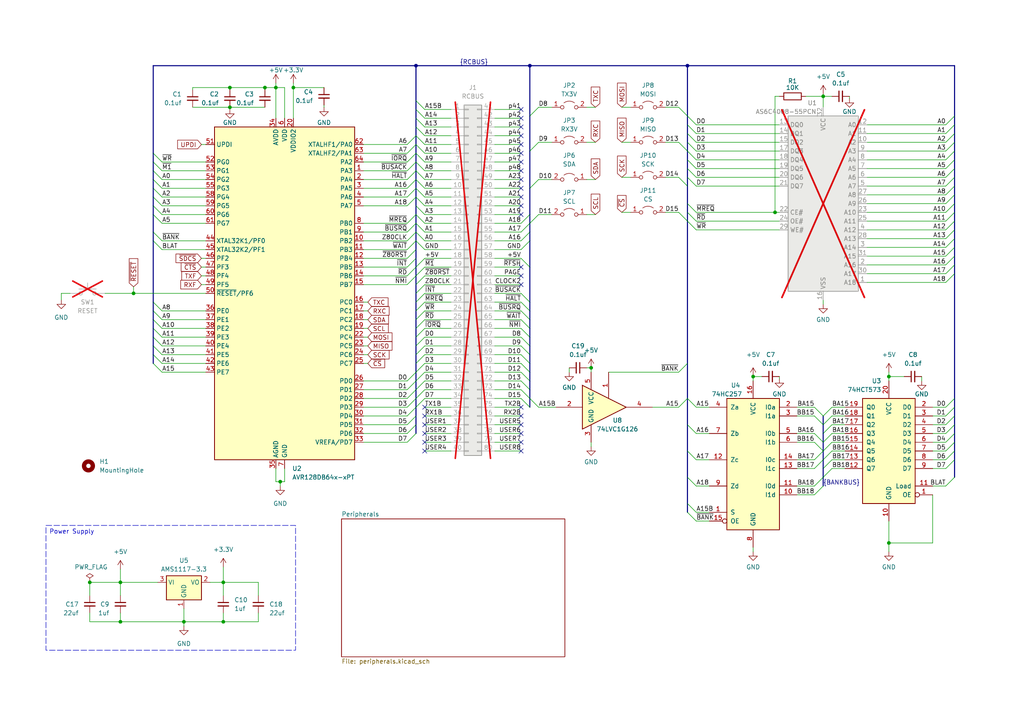
<source format=kicad_sch>
(kicad_sch (version 20230121) (generator eeschema)
  (paper "A4")
  (title_block (title "z80ctrl NG") (date "2023-12-14") (rev "REV1") (company "(C) 2023 J.B. Langston") (comment 1 "https://github.com/jblang/z80ctrl"))
  (bus_alias "BANKBUS" (members "BA[15..18]" "BB[15..18]"))
  (bus_alias "RCBUS" (members "A[0..18]" "A15B" "D[0..15]" "GND" "+5V" "~{M1}" "~{Z80RST}" "Z80CLK" "~{INT}" "~{MREQ}" "~{WR}" "~{RD}" "~{IORQ}" "~{BUSACK}" "~{HALT}" "~{BUSRQ}" "~{WAIT}" "~{NMI}" "TX1B" "RX1B" "TX2B" "RX2B" "BCK"))
  (junction (at 26.035 168.91))
  (junction (at 66.675 31.115))
  (junction (at 34.925 180.34))
  (junction (at 153.67 19.05))
  (junction (at 257.81 157.48))
  (junction (at 238.76 27.94))
  (junction (at 34.925 168.91))
  (junction (at 120.65 19.05))
  (junction (at 66.675 25.4))
  (junction (at 53.34 180.34))
  (junction (at 218.44 109.22))
  (junction (at 85.09 25.4))
  (junction (at 64.77 180.34))
  (junction (at 257.81 109.22))
  (junction (at 38.735 85.09))
  (junction (at 64.77 168.91))
  (junction (at 224.79 61.595))
  (junction (at 199.39 19.05))
  (junction (at 81.28 139.7))
  (junction (at 171.45 106.68))
  (junction (at 76.835 25.4))
  (junction (at 80.01 25.4))
  (no_connect (at 151.13 80.01))
  (no_connect (at 151.13 54.61))
  (no_connect (at 151.13 31.75))
  (no_connect (at 123.19 128.27))
  (no_connect (at 151.13 125.73))
  (no_connect (at 151.13 44.45))
  (no_connect (at 151.13 34.29))
  (no_connect (at 123.19 130.81))
  (no_connect (at 151.13 120.65))
  (no_connect (at 123.19 123.19))
  (no_connect (at 151.13 123.19))
  (no_connect (at 151.13 59.69))
  (no_connect (at 151.13 46.99))
  (no_connect (at 151.13 41.91))
  (no_connect (at 151.13 82.55))
  (no_connect (at 151.13 52.07))
  (no_connect (at 123.19 120.65))
  (no_connect (at 151.13 49.53))
  (no_connect (at 151.13 62.23))
  (no_connect (at 151.13 36.83))
  (no_connect (at 123.19 118.11))
  (no_connect (at 151.13 57.15))
  (no_connect (at 151.13 77.47))
  (no_connect (at 151.13 128.27))
  (no_connect (at 151.13 130.81))
  (no_connect (at 123.19 125.73))
  (no_connect (at 151.13 118.11))
  (no_connect (at 151.13 39.37))
  (bus_entry (at 120.65 107.95) (size -2.54 2.54))
  (bus_entry (at 118.11 82.55) (size 2.54 -2.54))
  (bus_entry (at 120.65 87.63) (size 2.54 -2.54))
  (bus_entry (at 120.65 100.33) (size 2.54 -2.54))
  (bus_entry (at 276.86 79.375) (size -2.54 2.54))
  (bus_entry (at 201.93 125.73) (size -2.54 -2.54))
  (bus_entry (at 196.85 51.435) (size 2.54 2.54))
  (bus_entry (at 201.93 48.895) (size -2.54 -2.54))
  (bus_entry (at 151.13 105.41) (size 2.54 2.54))
  (bus_entry (at 44.45 52.07) (size 2.54 2.54))
  (bus_entry (at 44.45 59.69) (size 2.54 2.54))
  (bus_entry (at 196.85 41.275) (size 2.54 2.54))
  (bus_entry (at 118.11 80.01) (size 2.54 -2.54))
  (bus_entry (at 238.76 130.81) (size -2.54 2.54))
  (bus_entry (at 199.39 59.055) (size 2.54 2.54))
  (bus_entry (at 196.85 107.95) (size 2.54 -2.54))
  (bus_entry (at 196.85 31.115) (size 2.54 2.54))
  (bus_entry (at 276.86 120.65) (size -2.54 2.54))
  (bus_entry (at 120.65 41.91) (size 2.54 2.54))
  (bus_entry (at 151.13 64.77) (size 2.54 -2.54))
  (bus_entry (at 118.11 54.61) (size 2.54 -2.54))
  (bus_entry (at 276.86 46.355) (size -2.54 2.54))
  (bus_entry (at 120.65 34.29) (size 2.54 2.54))
  (bus_entry (at 151.13 113.03) (size 2.54 2.54))
  (bus_entry (at 120.65 110.49) (size -2.54 2.54))
  (bus_entry (at 44.45 46.99) (size 2.54 2.54))
  (bus_entry (at 120.65 49.53) (size 2.54 2.54))
  (bus_entry (at 238.76 138.43) (size -2.54 2.54))
  (bus_entry (at 276.86 71.755) (size -2.54 2.54))
  (bus_entry (at 276.86 33.655) (size -2.54 2.54))
  (bus_entry (at 120.65 115.57) (size 2.54 -2.54))
  (bus_entry (at 120.65 123.19) (size -2.54 2.54))
  (bus_entry (at 276.86 64.135) (size -2.54 2.54))
  (bus_entry (at 276.86 128.27) (size -2.54 2.54))
  (bus_entry (at 238.76 120.65) (size -2.54 -2.54))
  (bus_entry (at 151.13 102.87) (size 2.54 2.54))
  (bus_entry (at 276.86 118.11) (size -2.54 2.54))
  (bus_entry (at 120.65 57.15) (size 2.54 2.54))
  (bus_entry (at 120.65 105.41) (size 2.54 -2.54))
  (bus_entry (at 44.45 95.25) (size 2.54 2.54))
  (bus_entry (at 118.11 49.53) (size 2.54 -2.54))
  (bus_entry (at 120.65 110.49) (size 2.54 -2.54))
  (bus_entry (at 120.65 36.83) (size 2.54 2.54))
  (bus_entry (at 196.85 61.595) (size 2.54 2.54))
  (bus_entry (at 274.32 140.97) (size 2.54 -2.54))
  (bus_entry (at 44.45 69.85) (size 2.54 2.54))
  (bus_entry (at 276.86 69.215) (size -2.54 2.54))
  (bus_entry (at 201.93 38.735) (size -2.54 -2.54))
  (bus_entry (at 118.11 74.93) (size 2.54 -2.54))
  (bus_entry (at 241.3 135.89) (size -2.54 2.54))
  (bus_entry (at 276.86 76.835) (size -2.54 2.54))
  (bus_entry (at 276.86 115.57) (size -2.54 2.54))
  (bus_entry (at 201.93 118.11) (size -2.54 -2.54))
  (bus_entry (at 241.3 118.11) (size -2.54 2.54))
  (bus_entry (at 120.65 67.31) (size 2.54 2.54))
  (bus_entry (at 153.67 115.57) (size 2.54 2.54))
  (bus_entry (at 156.21 31.115) (size -2.54 2.54))
  (bus_entry (at 238.76 130.81) (size -2.54 -2.54))
  (bus_entry (at 120.65 54.61) (size 2.54 2.54))
  (bus_entry (at 196.85 118.11) (size 2.54 -2.54))
  (bus_entry (at 118.11 69.85) (size 2.54 -2.54))
  (bus_entry (at 120.65 92.71) (size 2.54 -2.54))
  (bus_entry (at 151.13 110.49) (size 2.54 2.54))
  (bus_entry (at 44.45 44.45) (size 2.54 2.54))
  (bus_entry (at 238.76 133.35) (size -2.54 2.54))
  (bus_entry (at 276.86 123.19) (size -2.54 2.54))
  (bus_entry (at 276.86 56.515) (size -2.54 2.54))
  (bus_entry (at 44.45 100.33) (size 2.54 2.54))
  (bus_entry (at 120.65 95.25) (size 2.54 -2.54))
  (bus_entry (at 151.13 90.17) (size 2.54 2.54))
  (bus_entry (at 276.86 66.675) (size -2.54 2.54))
  (bus_entry (at 44.45 92.71) (size 2.54 2.54))
  (bus_entry (at 276.86 61.595) (size -2.54 2.54))
  (bus_entry (at 199.39 64.135) (size 2.54 2.54))
  (bus_entry (at 118.11 67.31) (size 2.54 -2.54))
  (bus_entry (at 151.13 72.39) (size 2.54 -2.54))
  (bus_entry (at 120.65 90.17) (size 2.54 -2.54))
  (bus_entry (at 238.76 140.97) (size -2.54 2.54))
  (bus_entry (at 199.39 61.595) (size 2.54 2.54))
  (bus_entry (at 276.86 36.195) (size -2.54 2.54))
  (bus_entry (at 151.13 97.79) (size 2.54 2.54))
  (bus_entry (at 276.86 43.815) (size -2.54 2.54))
  (bus_entry (at 120.65 107.95) (size 2.54 -2.54))
  (bus_entry (at 151.13 100.33) (size 2.54 2.54))
  (bus_entry (at 156.21 52.07) (size -2.54 2.54))
  (bus_entry (at 201.93 36.195) (size -2.54 -2.54))
  (bus_entry (at 241.3 125.73) (size -2.54 2.54))
  (bus_entry (at 120.65 64.77) (size 2.54 2.54))
  (bus_entry (at 118.11 44.45) (size 2.54 -2.54))
  (bus_entry (at 118.11 41.91) (size 2.54 -2.54))
  (bus_entry (at 151.13 69.85) (size 2.54 -2.54))
  (bus_entry (at 44.45 90.17) (size 2.54 2.54))
  (bus_entry (at 151.13 92.71) (size 2.54 2.54))
  (bus_entry (at 241.3 128.27) (size -2.54 2.54))
  (bus_entry (at 241.3 133.35) (size -2.54 2.54))
  (bus_entry (at 120.65 113.03) (size 2.54 -2.54))
  (bus_entry (at 276.86 41.275) (size -2.54 2.54))
  (bus_entry (at 44.45 97.79) (size 2.54 2.54))
  (bus_entry (at 120.65 69.85) (size 2.54 2.54))
  (bus_entry (at 276.86 74.295) (size -2.54 2.54))
  (bus_entry (at 118.11 59.69) (size 2.54 -2.54))
  (bus_entry (at 238.76 123.19) (size -2.54 -2.54))
  (bus_entry (at 201.93 51.435) (size -2.54 -2.54))
  (bus_entry (at 201.93 53.975) (size -2.54 -2.54))
  (bus_entry (at 120.65 125.73) (size -2.54 2.54))
  (bus_entry (at 118.11 64.77) (size 2.54 -2.54))
  (bus_entry (at 156.21 41.275) (size -2.54 2.54))
  (bus_entry (at 276.86 38.735) (size -2.54 2.54))
  (bus_entry (at 151.13 85.09) (size 2.54 2.54))
  (bus_entry (at 44.45 87.63) (size 2.54 2.54))
  (bus_entry (at 118.11 52.07) (size 2.54 -2.54))
  (bus_entry (at 151.13 87.63) (size 2.54 2.54))
  (bus_entry (at 44.45 105.41) (size 2.54 2.54))
  (bus_entry (at 276.86 133.35) (size -2.54 2.54))
  (bus_entry (at 151.13 115.57) (size 2.54 2.54))
  (bus_entry (at 241.3 130.81) (size -2.54 2.54))
  (bus_entry (at 156.21 62.23) (size -2.54 2.54))
  (bus_entry (at 120.65 115.57) (size -2.54 2.54))
  (bus_entry (at 201.93 46.355) (size -2.54 -2.54))
  (bus_entry (at 118.11 72.39) (size 2.54 -2.54))
  (bus_entry (at 199.39 148.59) (size 2.54 2.54))
  (bus_entry (at 120.65 31.75) (size 2.54 2.54))
  (bus_entry (at 276.86 125.73) (size -2.54 2.54))
  (bus_entry (at 120.65 52.07) (size 2.54 2.54))
  (bus_entry (at 120.65 39.37) (size 2.54 2.54))
  (bus_entry (at 120.65 44.45) (size 2.54 2.54))
  (bus_entry (at 120.65 80.01) (size 2.54 -2.54))
  (bus_entry (at 120.65 77.47) (size 2.54 -2.54))
  (bus_entry (at 201.93 148.59) (size -2.54 -2.54))
  (bus_entry (at 201.93 133.35) (size -2.54 -2.54))
  (bus_entry (at 120.65 59.69) (size 2.54 2.54))
  (bus_entry (at 276.86 48.895) (size -2.54 2.54))
  (bus_entry (at 120.65 46.99) (size 2.54 2.54))
  (bus_entry (at 151.13 67.31) (size 2.54 -2.54))
  (bus_entry (at 201.93 43.815) (size -2.54 -2.54))
  (bus_entry (at 120.65 120.65) (size -2.54 2.54))
  (bus_entry (at 120.65 118.11) (size -2.54 2.54))
  (bus_entry (at 276.86 51.435) (size -2.54 2.54))
  (bus_entry (at 44.45 49.53) (size 2.54 2.54))
  (bus_entry (at 44.45 67.31) (size 2.54 2.54))
  (bus_entry (at 118.11 46.99) (size 2.54 -2.54))
  (bus_entry (at 44.45 102.87) (size 2.54 2.54))
  (bus_entry (at 120.65 113.03) (size -2.54 2.54))
  (bus_entry (at 120.65 97.79) (size 2.54 -2.54))
  (bus_entry (at 120.65 29.21) (size 2.54 2.54))
  (bus_entry (at 241.3 123.19) (size -2.54 2.54))
  (bus_entry (at 120.65 85.09) (size 2.54 -2.54))
  (bus_entry (at 201.93 41.275) (size -2.54 -2.54))
  (bus_entry (at 276.86 59.055) (size -2.54 2.54))
  (bus_entry (at 151.13 107.95) (size 2.54 2.54))
  (bus_entry (at 44.45 54.61) (size 2.54 2.54))
  (bus_entry (at 120.65 118.11) (size 2.54 -2.54))
  (bus_entry (at 120.65 82.55) (size 2.54 -2.54))
  (bus_entry (at 44.45 62.23) (size 2.54 2.54))
  (bus_entry (at 151.13 74.93) (size 2.54 2.54))
  (bus_entry (at 238.76 128.27) (size -2.54 -2.54))
  (bus_entry (at 276.86 130.81) (size -2.54 2.54))
  (bus_entry (at 44.45 57.15) (size 2.54 2.54))
  (bus_entry (at 120.65 62.23) (size 2.54 2.54))
  (bus_entry (at 118.11 77.47) (size 2.54 -2.54))
  (bus_entry (at 276.86 53.975) (size -2.54 2.54))
  (bus_entry (at 151.13 95.25) (size 2.54 2.54))
  (bus_entry (at 118.11 57.15) (size 2.54 -2.54))
  (bus_entry (at 120.65 102.87) (size 2.54 -2.54))
  (bus_entry (at 201.93 140.97) (size -2.54 -2.54))
  (bus_entry (at 241.3 120.65) (size -2.54 2.54))
  (wire (pts (xy 270.51 118.11) (xy 274.32 118.11)))
  (wire (pts (xy 123.19 97.79) (xy 130.81 97.79)))
  (wire (pts (xy 143.51 46.99) (xy 151.13 46.99)))
  (wire (pts (xy 196.85 41.275) (xy 193.04 41.275)))
  (wire (pts (xy 123.19 130.81) (xy 130.81 130.81)))
  (bus (pts (xy 199.39 53.975) (xy 199.39 59.055)))
  (wire (pts (xy 81.28 139.7) (xy 82.55 139.7)))
  (wire (pts (xy 226.06 109.22) (xy 226.06 109.855)))
  (wire (pts (xy 123.19 87.63) (xy 130.81 87.63)))
  (wire (pts (xy 123.19 118.11) (xy 130.81 118.11)))
  (bus (pts (xy 199.39 64.135) (xy 199.39 105.41)))
  (wire (pts (xy 46.99 64.77) (xy 59.69 64.77)))
  (wire (pts (xy 218.44 158.75) (xy 218.44 160.02)))
  (wire (pts (xy 231.14 135.89) (xy 236.22 135.89)))
  (wire (pts (xy 123.19 120.65) (xy 130.81 120.65)))
  (wire (pts (xy 55.88 25.4) (xy 55.88 26.035)))
  (wire (pts (xy 151.13 90.17) (xy 143.51 90.17)))
  (wire (pts (xy 182.88 41.275) (xy 180.34 41.275)))
  (wire (pts (xy 80.01 25.4) (xy 80.01 34.29)))
  (bus (pts (xy 120.65 59.69) (xy 120.65 62.23)))
  (wire (pts (xy 151.13 95.25) (xy 143.51 95.25)))
  (wire (pts (xy 251.46 53.975) (xy 274.32 53.975)))
  (wire (pts (xy 143.51 74.93) (xy 151.13 74.93)))
  (wire (pts (xy 143.51 105.41) (xy 151.13 105.41)))
  (wire (pts (xy 106.68 90.17) (xy 105.41 90.17)))
  (wire (pts (xy 251.46 79.375) (xy 274.32 79.375)))
  (bus (pts (xy 238.76 125.73) (xy 238.76 128.27)))
  (bus (pts (xy 153.67 19.05) (xy 199.39 19.05)))
  (wire (pts (xy 46.99 105.41) (xy 59.69 105.41)))
  (wire (pts (xy 123.19 72.39) (xy 130.81 72.39)))
  (bus (pts (xy 276.86 41.275) (xy 276.86 38.735)))
  (bus (pts (xy 120.65 115.57) (xy 120.65 113.03)))
  (wire (pts (xy 46.99 57.15) (xy 59.69 57.15)))
  (bus (pts (xy 199.39 43.815) (xy 199.39 46.355)))
  (wire (pts (xy 143.51 64.77) (xy 151.13 64.77)))
  (bus (pts (xy 276.86 38.735) (xy 276.86 36.195)))
  (wire (pts (xy 270.51 143.51) (xy 270.51 157.48)))
  (bus (pts (xy 120.65 74.93) (xy 120.65 77.47)))
  (wire (pts (xy 226.06 41.275) (xy 201.93 41.275)))
  (wire (pts (xy 123.19 115.57) (xy 130.81 115.57)))
  (bus (pts (xy 120.65 34.29) (xy 120.65 36.83)))
  (bus (pts (xy 120.65 29.21) (xy 120.65 31.75)))
  (wire (pts (xy 123.19 31.75) (xy 130.81 31.75)))
  (wire (pts (xy 143.51 52.07) (xy 151.13 52.07)))
  (wire (pts (xy 123.19 95.25) (xy 130.81 95.25)))
  (wire (pts (xy 143.51 39.37) (xy 151.13 39.37)))
  (wire (pts (xy 105.41 128.27) (xy 118.11 128.27)))
  (wire (pts (xy 143.51 123.19) (xy 151.13 123.19)))
  (wire (pts (xy 143.51 31.75) (xy 151.13 31.75)))
  (wire (pts (xy 46.99 95.25) (xy 59.69 95.25)))
  (wire (pts (xy 123.19 41.91) (xy 130.81 41.91)))
  (wire (pts (xy 105.41 52.07) (xy 118.11 52.07)))
  (wire (pts (xy 143.51 130.81) (xy 151.13 130.81)))
  (wire (pts (xy 17.78 85.09) (xy 20.32 85.09)))
  (wire (pts (xy 105.41 120.65) (xy 118.11 120.65)))
  (wire (pts (xy 74.93 168.91) (xy 74.93 172.72)))
  (wire (pts (xy 176.53 107.95) (xy 196.85 107.95)))
  (wire (pts (xy 105.41 125.73) (xy 118.11 125.73)))
  (wire (pts (xy 123.19 67.31) (xy 130.81 67.31)))
  (wire (pts (xy 251.46 69.215) (xy 274.32 69.215)))
  (bus (pts (xy 44.45 95.25) (xy 44.45 92.71)))
  (bus (pts (xy 199.39 19.05) (xy 199.39 33.655)))
  (wire (pts (xy 143.51 62.23) (xy 151.13 62.23)))
  (wire (pts (xy 106.68 105.41) (xy 105.41 105.41)))
  (bus (pts (xy 276.86 130.81) (xy 276.86 133.35)))
  (bus (pts (xy 120.65 69.85) (xy 120.65 72.39)))
  (bus (pts (xy 238.76 130.81) (xy 238.76 133.35)))
  (bus (pts (xy 44.45 59.69) (xy 44.45 62.23)))
  (wire (pts (xy 34.925 168.91) (xy 45.72 168.91)))
  (wire (pts (xy 30.48 85.09) (xy 38.735 85.09)))
  (bus (pts (xy 44.45 87.63) (xy 44.45 90.17)))
  (wire (pts (xy 251.46 46.355) (xy 274.32 46.355)))
  (bus (pts (xy 276.86 128.27) (xy 276.86 130.81)))
  (wire (pts (xy 238.76 27.94) (xy 238.76 31.115)))
  (bus (pts (xy 276.86 46.355) (xy 276.86 43.815)))
  (bus (pts (xy 153.67 90.17) (xy 153.67 87.63)))
  (bus (pts (xy 153.67 64.77) (xy 153.67 67.31)))
  (bus (pts (xy 44.45 67.31) (xy 44.45 69.85)))
  (wire (pts (xy 143.51 80.01) (xy 151.13 80.01)))
  (wire (pts (xy 105.41 80.01) (xy 118.11 80.01)))
  (bus (pts (xy 276.86 115.57) (xy 276.86 118.11)))
  (wire (pts (xy 151.13 77.47) (xy 143.51 77.47)))
  (wire (pts (xy 66.675 31.115) (xy 76.835 31.115)))
  (wire (pts (xy 105.41 113.03) (xy 118.11 113.03)))
  (bus (pts (xy 120.65 64.77) (xy 120.65 67.31)))
  (bus (pts (xy 153.67 115.57) (xy 153.67 113.03)))
  (wire (pts (xy 182.88 61.595) (xy 180.34 61.595)))
  (bus (pts (xy 199.39 146.05) (xy 199.39 148.59)))
  (wire (pts (xy 270.51 140.97) (xy 274.32 140.97)))
  (bus (pts (xy 44.45 54.61) (xy 44.45 57.15)))
  (wire (pts (xy 58.42 80.01) (xy 59.69 80.01)))
  (bus (pts (xy 120.65 118.11) (xy 120.65 115.57)))
  (wire (pts (xy 17.78 86.995) (xy 17.78 85.09)))
  (wire (pts (xy 182.88 51.435) (xy 180.34 51.435)))
  (wire (pts (xy 123.19 110.49) (xy 130.81 110.49)))
  (wire (pts (xy 143.51 41.91) (xy 151.13 41.91)))
  (wire (pts (xy 233.68 27.94) (xy 238.76 27.94)))
  (bus (pts (xy 120.65 92.71) (xy 120.65 95.25)))
  (bus (pts (xy 44.45 92.71) (xy 44.45 90.17)))
  (wire (pts (xy 123.19 34.29) (xy 130.81 34.29)))
  (wire (pts (xy 238.76 27.305) (xy 238.76 27.94)))
  (bus (pts (xy 238.76 128.27) (xy 238.76 130.81)))
  (wire (pts (xy 123.19 125.73) (xy 130.81 125.73)))
  (wire (pts (xy 123.19 39.37) (xy 130.81 39.37)))
  (wire (pts (xy 93.98 30.48) (xy 93.98 31.115)))
  (wire (pts (xy 226.06 43.815) (xy 201.93 43.815)))
  (wire (pts (xy 105.41 115.57) (xy 118.11 115.57)))
  (bus (pts (xy 153.67 105.41) (xy 153.67 102.87)))
  (wire (pts (xy 58.42 74.93) (xy 59.69 74.93)))
  (bus (pts (xy 120.65 19.05) (xy 120.65 29.21)))
  (wire (pts (xy 123.19 113.03) (xy 130.81 113.03)))
  (wire (pts (xy 46.99 59.69) (xy 59.69 59.69)))
  (wire (pts (xy 238.76 88.265) (xy 238.76 86.995)))
  (wire (pts (xy 64.77 177.8) (xy 64.77 180.34)))
  (wire (pts (xy 224.79 27.94) (xy 226.06 27.94)))
  (bus (pts (xy 120.65 36.83) (xy 120.65 39.37)))
  (wire (pts (xy 143.51 128.27) (xy 151.13 128.27)))
  (bus (pts (xy 44.45 102.87) (xy 44.45 105.41)))
  (wire (pts (xy 26.035 177.8) (xy 26.035 180.34)))
  (wire (pts (xy 46.99 102.87) (xy 59.69 102.87)))
  (wire (pts (xy 251.46 38.735) (xy 274.32 38.735)))
  (wire (pts (xy 151.13 85.09) (xy 143.51 85.09)))
  (wire (pts (xy 105.41 67.31) (xy 118.11 67.31)))
  (wire (pts (xy 105.41 123.19) (xy 118.11 123.19)))
  (wire (pts (xy 46.99 62.23) (xy 59.69 62.23)))
  (bus (pts (xy 120.65 85.09) (xy 120.65 87.63)))
  (wire (pts (xy 38.735 85.09) (xy 59.69 85.09)))
  (wire (pts (xy 251.46 64.135) (xy 274.32 64.135)))
  (wire (pts (xy 156.21 31.115) (xy 160.02 31.115)))
  (bus (pts (xy 276.86 53.975) (xy 276.86 51.435)))
  (wire (pts (xy 26.035 168.91) (xy 26.035 172.72)))
  (wire (pts (xy 34.925 180.34) (xy 53.34 180.34)))
  (wire (pts (xy 251.46 74.295) (xy 274.32 74.295)))
  (wire (pts (xy 267.335 109.22) (xy 267.335 110.49)))
  (bus (pts (xy 153.67 107.95) (xy 153.67 105.41)))
  (bus (pts (xy 44.45 102.87) (xy 44.45 100.33)))
  (wire (pts (xy 226.06 51.435) (xy 201.93 51.435)))
  (wire (pts (xy 143.51 44.45) (xy 151.13 44.45)))
  (wire (pts (xy 58.42 41.91) (xy 59.69 41.91)))
  (wire (pts (xy 226.06 48.895) (xy 201.93 48.895)))
  (bus (pts (xy 120.65 100.33) (xy 120.65 102.87)))
  (wire (pts (xy 251.46 76.835) (xy 274.32 76.835)))
  (wire (pts (xy 251.46 36.195) (xy 274.32 36.195)))
  (wire (pts (xy 270.51 120.65) (xy 274.32 120.65)))
  (bus (pts (xy 276.86 56.515) (xy 276.86 53.975)))
  (wire (pts (xy 64.77 180.34) (xy 53.34 180.34)))
  (wire (pts (xy 231.14 128.27) (xy 236.22 128.27)))
  (wire (pts (xy 66.675 25.4) (xy 76.835 25.4)))
  (wire (pts (xy 270.51 133.35) (xy 274.32 133.35)))
  (bus (pts (xy 120.65 44.45) (xy 120.65 46.99)))
  (wire (pts (xy 160.02 41.275) (xy 156.21 41.275)))
  (bus (pts (xy 199.39 123.19) (xy 199.39 130.81)))
  (bus (pts (xy 153.67 110.49) (xy 153.67 113.03)))
  (wire (pts (xy 123.19 69.85) (xy 130.81 69.85)))
  (wire (pts (xy 53.34 180.34) (xy 53.34 181.61)))
  (wire (pts (xy 105.41 57.15) (xy 118.11 57.15)))
  (wire (pts (xy 257.81 157.48) (xy 270.51 157.48)))
  (wire (pts (xy 270.51 123.19) (xy 274.32 123.19)))
  (wire (pts (xy 143.51 102.87) (xy 151.13 102.87)))
  (wire (pts (xy 81.28 139.7) (xy 81.28 140.97)))
  (wire (pts (xy 270.51 135.89) (xy 274.32 135.89)))
  (bus (pts (xy 120.65 31.75) (xy 120.65 34.29)))
  (wire (pts (xy 38.735 83.185) (xy 38.735 85.09)))
  (bus (pts (xy 276.86 79.375) (xy 276.86 115.57)))
  (bus (pts (xy 120.65 72.39) (xy 120.65 74.93)))
  (wire (pts (xy 257.81 109.22) (xy 257.81 110.49)))
  (wire (pts (xy 105.41 72.39) (xy 118.11 72.39)))
  (bus (pts (xy 199.39 105.41) (xy 199.39 115.57)))
  (wire (pts (xy 34.925 168.91) (xy 34.925 172.72)))
  (wire (pts (xy 251.46 48.895) (xy 274.32 48.895)))
  (bus (pts (xy 276.86 125.73) (xy 276.86 128.27)))
  (wire (pts (xy 171.45 106.68) (xy 171.45 107.95)))
  (bus (pts (xy 120.65 113.03) (xy 120.65 110.49)))
  (wire (pts (xy 251.46 81.915) (xy 274.32 81.915)))
  (wire (pts (xy 231.14 125.73) (xy 236.22 125.73)))
  (bus (pts (xy 153.67 97.79) (xy 153.67 95.25)))
  (wire (pts (xy 226.06 38.735) (xy 201.93 38.735)))
  (wire (pts (xy 201.93 61.595) (xy 224.79 61.595)))
  (bus (pts (xy 120.65 41.91) (xy 120.65 44.45)))
  (wire (pts (xy 231.14 118.11) (xy 236.22 118.11)))
  (wire (pts (xy 218.44 109.22) (xy 220.98 109.22)))
  (bus (pts (xy 199.39 59.055) (xy 199.39 61.595)))
  (bus (pts (xy 238.76 120.65) (xy 238.76 123.19)))
  (bus (pts (xy 120.65 97.79) (xy 120.65 100.33)))
  (bus (pts (xy 276.86 76.835) (xy 276.86 74.295)))
  (wire (pts (xy 106.68 97.79) (xy 105.41 97.79)))
  (wire (pts (xy 143.51 118.11) (xy 151.13 118.11)))
  (bus (pts (xy 44.45 49.53) (xy 44.45 52.07)))
  (wire (pts (xy 224.79 61.595) (xy 226.06 61.595)))
  (wire (pts (xy 46.99 107.95) (xy 59.69 107.95)))
  (bus (pts (xy 276.86 120.65) (xy 276.86 123.19)))
  (wire (pts (xy 238.76 27.94) (xy 241.3 27.94)))
  (wire (pts (xy 245.11 123.19) (xy 241.3 123.19)))
  (wire (pts (xy 201.93 66.675) (xy 226.06 66.675)))
  (wire (pts (xy 172.72 41.275) (xy 170.18 41.275)))
  (bus (pts (xy 153.67 118.11) (xy 153.67 115.57)))
  (bus (pts (xy 44.45 100.33) (xy 44.45 97.79)))
  (bus (pts (xy 153.67 92.71) (xy 153.67 95.25)))
  (bus (pts (xy 120.65 92.71) (xy 120.65 90.17)))
  (wire (pts (xy 105.41 82.55) (xy 118.11 82.55)))
  (wire (pts (xy 201.93 148.59) (xy 205.74 148.59)))
  (wire (pts (xy 80.01 139.7) (xy 81.28 139.7)))
  (wire (pts (xy 156.21 118.11) (xy 161.29 118.11)))
  (wire (pts (xy 123.19 46.99) (xy 130.81 46.99)))
  (wire (pts (xy 270.51 125.73) (xy 274.32 125.73)))
  (wire (pts (xy 189.23 118.11) (xy 196.85 118.11)))
  (wire (pts (xy 105.41 44.45) (xy 118.11 44.45)))
  (wire (pts (xy 105.41 77.47) (xy 118.11 77.47)))
  (bus (pts (xy 199.39 33.655) (xy 199.39 36.195)))
  (wire (pts (xy 85.09 24.13) (xy 85.09 25.4)))
  (wire (pts (xy 123.19 57.15) (xy 130.81 57.15)))
  (wire (pts (xy 123.19 77.47) (xy 130.81 77.47)))
  (wire (pts (xy 106.68 95.25) (xy 105.41 95.25)))
  (wire (pts (xy 106.68 92.71) (xy 105.41 92.71)))
  (wire (pts (xy 143.51 113.03) (xy 151.13 113.03)))
  (bus (pts (xy 120.65 110.49) (xy 120.65 107.95)))
  (wire (pts (xy 218.44 109.22) (xy 218.44 110.49)))
  (bus (pts (xy 199.39 46.355) (xy 199.39 48.895)))
  (wire (pts (xy 34.925 177.8) (xy 34.925 180.34)))
  (wire (pts (xy 26.035 180.34) (xy 34.925 180.34)))
  (bus (pts (xy 120.65 87.63) (xy 120.65 90.17)))
  (wire (pts (xy 172.72 62.23) (xy 170.18 62.23)))
  (bus (pts (xy 120.65 67.31) (xy 120.65 69.85)))
  (wire (pts (xy 123.19 36.83) (xy 130.81 36.83)))
  (bus (pts (xy 199.39 115.57) (xy 199.39 123.19)))
  (wire (pts (xy 46.99 90.17) (xy 59.69 90.17)))
  (bus (pts (xy 120.65 82.55) (xy 120.65 85.09)))
  (wire (pts (xy 245.11 130.81) (xy 241.3 130.81)))
  (wire (pts (xy 58.42 77.47) (xy 59.69 77.47)))
  (bus (pts (xy 199.39 48.895) (xy 199.39 51.435)))
  (wire (pts (xy 201.93 151.13) (xy 205.74 151.13)))
  (bus (pts (xy 153.67 77.47) (xy 153.67 87.63)))
  (bus (pts (xy 276.86 36.195) (xy 276.86 33.655)))
  (wire (pts (xy 143.51 110.49) (xy 151.13 110.49)))
  (wire (pts (xy 143.51 34.29) (xy 151.13 34.29)))
  (bus (pts (xy 276.86 133.35) (xy 276.86 138.43)))
  (wire (pts (xy 123.19 100.33) (xy 130.81 100.33)))
  (bus (pts (xy 153.67 100.33) (xy 153.67 97.79)))
  (wire (pts (xy 123.19 44.45) (xy 130.81 44.45)))
  (wire (pts (xy 66.675 31.115) (xy 66.675 31.75)))
  (bus (pts (xy 153.67 67.31) (xy 153.67 69.85)))
  (bus (pts (xy 199.39 36.195) (xy 199.39 38.735)))
  (bus (pts (xy 120.65 102.87) (xy 120.65 105.41)))
  (wire (pts (xy 143.51 100.33) (xy 151.13 100.33)))
  (bus (pts (xy 44.45 19.05) (xy 44.45 44.45)))
  (wire (pts (xy 245.11 135.89) (xy 241.3 135.89)))
  (bus (pts (xy 153.67 62.23) (xy 153.67 64.77)))
  (wire (pts (xy 34.925 168.91) (xy 26.035 168.91)))
  (wire (pts (xy 156.21 62.23) (xy 160.02 62.23)))
  (bus (pts (xy 44.45 57.15) (xy 44.45 59.69)))
  (bus (pts (xy 153.67 69.85) (xy 153.67 77.47)))
  (wire (pts (xy 123.19 49.53) (xy 130.81 49.53)))
  (bus (pts (xy 120.65 125.73) (xy 120.65 123.19)))
  (wire (pts (xy 143.51 72.39) (xy 151.13 72.39)))
  (wire (pts (xy 226.06 46.355) (xy 201.93 46.355)))
  (bus (pts (xy 153.67 43.815) (xy 153.67 54.61)))
  (wire (pts (xy 201.93 118.11) (xy 205.74 118.11)))
  (wire (pts (xy 123.19 82.55) (xy 130.81 82.55)))
  (bus (pts (xy 44.45 69.85) (xy 44.45 87.63)))
  (wire (pts (xy 123.19 85.09) (xy 130.81 85.09)))
  (wire (pts (xy 151.13 87.63) (xy 143.51 87.63)))
  (wire (pts (xy 46.99 52.07) (xy 59.69 52.07)))
  (bus (pts (xy 153.67 33.655) (xy 153.67 43.815)))
  (bus (pts (xy 276.86 61.595) (xy 276.86 64.135)))
  (bus (pts (xy 199.39 41.275) (xy 199.39 43.815)))
  (bus (pts (xy 120.65 120.65) (xy 120.65 118.11)))
  (bus (pts (xy 276.86 66.675) (xy 276.86 69.215)))
  (wire (pts (xy 55.88 31.115) (xy 66.675 31.115)))
  (bus (pts (xy 44.45 62.23) (xy 44.45 67.31)))
  (wire (pts (xy 60.96 168.91) (xy 64.77 168.91)))
  (wire (pts (xy 143.51 82.55) (xy 151.13 82.55)))
  (bus (pts (xy 238.76 135.89) (xy 238.76 138.43)))
  (bus (pts (xy 153.67 19.05) (xy 153.67 33.655)))
  (wire (pts (xy 245.11 120.65) (xy 241.3 120.65)))
  (bus (pts (xy 238.76 133.35) (xy 238.76 135.89)))
  (wire (pts (xy 80.01 24.13) (xy 80.01 25.4)))
  (wire (pts (xy 151.13 92.71) (xy 143.51 92.71)))
  (bus (pts (xy 199.39 19.05) (xy 276.86 19.05)))
  (bus (pts (xy 153.67 90.17) (xy 153.67 92.71)))
  (bus (pts (xy 120.65 49.53) (xy 120.65 52.07)))
  (wire (pts (xy 46.99 100.33) (xy 59.69 100.33)))
  (wire (pts (xy 46.99 49.53) (xy 59.69 49.53)))
  (wire (pts (xy 251.46 41.275) (xy 274.32 41.275)))
  (wire (pts (xy 201.93 64.135) (xy 226.06 64.135)))
  (wire (pts (xy 123.19 102.87) (xy 130.81 102.87)))
  (bus (pts (xy 120.65 19.05) (xy 44.45 19.05)))
  (wire (pts (xy 201.93 133.35) (xy 205.74 133.35)))
  (wire (pts (xy 105.41 49.53) (xy 118.11 49.53)))
  (wire (pts (xy 123.19 62.23) (xy 130.81 62.23)))
  (wire (pts (xy 74.93 177.8) (xy 74.93 180.34)))
  (wire (pts (xy 82.55 25.4) (xy 80.01 25.4)))
  (wire (pts (xy 201.93 140.97) (xy 205.74 140.97)))
  (wire (pts (xy 82.55 25.4) (xy 82.55 34.29)))
  (wire (pts (xy 143.51 49.53) (xy 151.13 49.53)))
  (wire (pts (xy 143.51 57.15) (xy 151.13 57.15)))
  (bus (pts (xy 199.39 61.595) (xy 199.39 64.135)))
  (wire (pts (xy 245.11 128.27) (xy 241.3 128.27)))
  (wire (pts (xy 106.68 87.63) (xy 105.41 87.63)))
  (wire (pts (xy 105.41 41.91) (xy 118.11 41.91)))
  (wire (pts (xy 123.19 54.61) (xy 130.81 54.61)))
  (bus (pts (xy 276.86 69.215) (xy 276.86 71.755)))
  (bus (pts (xy 120.65 62.23) (xy 120.65 64.77)))
  (bus (pts (xy 120.65 105.41) (xy 120.65 107.95)))
  (wire (pts (xy 257.81 157.48) (xy 257.81 160.02)))
  (wire (pts (xy 143.51 67.31) (xy 151.13 67.31)))
  (wire (pts (xy 64.77 164.465) (xy 64.77 168.91)))
  (bus (pts (xy 44.45 46.99) (xy 44.45 49.53)))
  (wire (pts (xy 231.14 143.51) (xy 236.22 143.51)))
  (bus (pts (xy 238.76 123.19) (xy 238.76 125.73)))
  (wire (pts (xy 143.51 69.85) (xy 151.13 69.85)))
  (wire (pts (xy 257.81 107.95) (xy 257.81 109.22)))
  (bus (pts (xy 120.65 80.01) (xy 120.65 82.55)))
  (wire (pts (xy 105.41 74.93) (xy 118.11 74.93)))
  (bus (pts (xy 120.65 123.19) (xy 120.65 120.65)))
  (bus (pts (xy 44.45 97.79) (xy 44.45 95.25)))
  (bus (pts (xy 44.45 52.07) (xy 44.45 54.61)))
  (wire (pts (xy 85.09 25.4) (xy 93.98 25.4)))
  (bus (pts (xy 120.65 46.99) (xy 120.65 49.53)))
  (bus (pts (xy 120.65 19.05) (xy 153.67 19.05)))
  (wire (pts (xy 270.51 130.81) (xy 274.32 130.81)))
  (bus (pts (xy 199.39 130.81) (xy 199.39 138.43)))
  (wire (pts (xy 196.85 31.115) (xy 193.04 31.115)))
  (wire (pts (xy 251.46 71.755) (xy 274.32 71.755)))
  (wire (pts (xy 245.11 125.73) (xy 241.3 125.73)))
  (bus (pts (xy 120.65 54.61) (xy 120.65 57.15)))
  (bus (pts (xy 199.39 138.43) (xy 199.39 146.05)))
  (wire (pts (xy 171.45 128.27) (xy 171.45 129.54)))
  (bus (pts (xy 199.39 38.735) (xy 199.39 41.275)))
  (wire (pts (xy 46.99 92.71) (xy 59.69 92.71)))
  (wire (pts (xy 82.55 135.89) (xy 82.55 139.7)))
  (wire (pts (xy 246.38 27.94) (xy 246.38 28.575)))
  (bus (pts (xy 276.86 48.895) (xy 276.86 46.355)))
  (bus (pts (xy 120.65 57.15) (xy 120.65 59.69)))
  (wire (pts (xy 123.19 92.71) (xy 130.81 92.71)))
  (wire (pts (xy 123.19 74.93) (xy 130.81 74.93)))
  (wire (pts (xy 143.51 120.65) (xy 151.13 120.65)))
  (wire (pts (xy 143.51 97.79) (xy 151.13 97.79)))
  (wire (pts (xy 123.19 64.77) (xy 130.81 64.77)))
  (bus (pts (xy 276.86 59.055) (xy 276.86 56.515)))
  (wire (pts (xy 143.51 107.95) (xy 151.13 107.95)))
  (wire (pts (xy 105.41 64.77) (xy 118.11 64.77)))
  (bus (pts (xy 44.45 44.45) (xy 44.45 46.99)))
  (wire (pts (xy 143.51 115.57) (xy 151.13 115.57)))
  (wire (pts (xy 143.51 54.61) (xy 151.13 54.61)))
  (wire (pts (xy 172.72 52.07) (xy 170.18 52.07)))
  (wire (pts (xy 105.41 69.85) (xy 118.11 69.85)))
  (bus (pts (xy 120.65 39.37) (xy 120.65 41.91)))
  (wire (pts (xy 123.19 128.27) (xy 130.81 128.27)))
  (wire (pts (xy 251.46 43.815) (xy 274.32 43.815)))
  (wire (pts (xy 226.06 53.975) (xy 201.93 53.975)))
  (wire (pts (xy 55.88 25.4) (xy 66.675 25.4)))
  (bus (pts (xy 276.86 43.815) (xy 276.86 41.275)))
  (wire (pts (xy 251.46 51.435) (xy 274.32 51.435)))
  (wire (pts (xy 245.11 118.11) (xy 241.3 118.11)))
  (bus (pts (xy 276.86 48.895) (xy 276.86 51.435)))
  (wire (pts (xy 123.19 52.07) (xy 130.81 52.07)))
  (wire (pts (xy 66.675 25.4) (xy 66.675 26.035)))
  (wire (pts (xy 170.18 106.68) (xy 171.45 106.68)))
  (bus (pts (xy 276.86 123.19) (xy 276.86 125.73)))
  (wire (pts (xy 257.81 151.13) (xy 257.81 157.48)))
  (wire (pts (xy 257.81 109.22) (xy 262.255 109.22)))
  (wire (pts (xy 143.51 125.73) (xy 151.13 125.73)))
  (wire (pts (xy 105.41 59.69) (xy 118.11 59.69)))
  (wire (pts (xy 251.46 61.595) (xy 274.32 61.595)))
  (wire (pts (xy 143.51 36.83) (xy 151.13 36.83)))
  (bus (pts (xy 199.39 51.435) (xy 199.39 53.975)))
  (wire (pts (xy 231.14 120.65) (xy 236.22 120.65)))
  (wire (pts (xy 64.77 168.91) (xy 64.77 172.72)))
  (wire (pts (xy 251.46 66.675) (xy 274.32 66.675)))
  (wire (pts (xy 34.925 168.91) (xy 34.925 165.1)))
  (bus (pts (xy 238.76 138.43) (xy 238.76 140.97)))
  (wire (pts (xy 123.19 123.19) (xy 130.81 123.19)))
  (bus (pts (xy 276.86 19.05) (xy 276.86 33.655)))
  (wire (pts (xy 105.41 110.49) (xy 118.11 110.49)))
  (wire (pts (xy 196.85 51.435) (xy 193.04 51.435)))
  (wire (pts (xy 64.77 168.91) (xy 74.93 168.91)))
  (bus (pts (xy 276.86 79.375) (xy 276.86 76.835)))
  (wire (pts (xy 226.06 36.195) (xy 201.93 36.195)))
  (wire (pts (xy 46.99 54.61) (xy 59.69 54.61)))
  (wire (pts (xy 270.51 128.27) (xy 274.32 128.27)))
  (wire (pts (xy 76.835 25.4) (xy 76.835 26.035)))
  (wire (pts (xy 80.01 135.89) (xy 80.01 139.7)))
  (wire (pts (xy 105.41 118.11) (xy 118.11 118.11)))
  (bus (pts (xy 276.86 118.11) (xy 276.86 120.65)))
  (wire (pts (xy 123.19 59.69) (xy 130.81 59.69)))
  (wire (pts (xy 231.14 133.35) (xy 236.22 133.35)))
  (bus (pts (xy 276.86 64.135) (xy 276.86 66.675)))
  (bus (pts (xy 153.67 102.87) (xy 153.67 100.33)))
  (wire (pts (xy 46.99 72.39) (xy 59.69 72.39)))
  (wire (pts (xy 201.93 125.73) (xy 205.74 125.73)))
  (wire (pts (xy 123.19 80.01) (xy 130.81 80.01)))
  (wire (pts (xy 172.72 31.115) (xy 170.18 31.115)))
  (wire (pts (xy 46.99 46.99) (xy 59.69 46.99)))
  (wire (pts (xy 105.41 54.61) (xy 118.11 54.61)))
  (wire (pts (xy 105.41 46.99) (xy 118.11 46.99)))
  (wire (pts (xy 165.1 106.68) (xy 165.1 107.95)))
  (wire (pts (xy 143.51 59.69) (xy 151.13 59.69)))
  (wire (pts (xy 74.93 180.34) (xy 64.77 180.34)))
  (wire (pts (xy 196.85 61.595) (xy 193.04 61.595)))
  (wire (pts (xy 106.68 100.33) (xy 105.41 100.33)))
  (wire (pts (xy 156.21 52.07) (xy 160.02 52.07)))
  (wire (pts (xy 224.79 27.94) (xy 224.79 61.595)))
  (wire (pts (xy 123.19 105.41) (xy 130.81 105.41)))
  (wire (pts (xy 76.835 25.4) (xy 80.01 25.4)))
  (wire (pts (xy 251.46 56.515) (xy 274.32 56.515)))
  (wire (pts (xy 123.19 90.17) (xy 130.81 90.17)))
  (wire (pts (xy 46.99 69.85) (xy 59.69 69.85)))
  (wire (pts (xy 123.19 107.95) (xy 130.81 107.95)))
  (wire (pts (xy 106.68 102.87) (xy 105.41 102.87)))
  (wire (pts (xy 85.09 25.4) (xy 85.09 34.29)))
  (wire (pts (xy 231.14 140.97) (xy 236.22 140.97)))
  (wire (pts (xy 58.42 82.55) (xy 59.69 82.55)))
  (bus (pts (xy 120.65 80.01) (xy 120.65 77.47)))
  (bus (pts (xy 120.65 95.25) (xy 120.65 97.79)))
  (bus (pts (xy 153.67 54.61) (xy 153.67 62.23)))
  (wire (pts (xy 46.99 97.79) (xy 59.69 97.79)))
  (wire (pts (xy 245.11 133.35) (xy 241.3 133.35)))
  (wire (pts (xy 53.34 176.53) (xy 53.34 180.34)))
  (bus (pts (xy 120.65 52.07) (xy 120.65 54.61)))
  (bus (pts (xy 276.86 74.295) (xy 276.86 71.755)))
  (bus (pts (xy 153.67 110.49) (xy 153.67 107.95)))
  (wire (pts (xy 182.88 31.115) (xy 180.34 31.115)))
  (bus (pts (xy 276.86 59.055) (xy 276.86 61.595)))
  (wire (pts (xy 251.46 59.055) (xy 274.32 59.055)))
  (text_box "Power Supply" (at 13.335 152.4 0) (size 72.39 36.195) (stroke (width 0) (type dash)) (effects (font (size 1.27 1.27)) (justify left top)))
  (label "A2" (at 274.32 41.275 180))
  (label "BB16" (at 236.22 128.27 180))
  (label "BA16" (at 236.22 125.73 180))
  (label "D6" (at 118.11 125.73 180))
  (label "D7" (at 118.11 128.27 180))
  (label "~{MREQ}" (at 123.19 87.63 0))
  (label "~{INT}" (at 123.19 85.09 0))
  (label "BB16" (at 241.3 130.81 0))
  (label "BB18" (at 236.22 143.51 180))
  (label "~{BANK}" (at 46.99 69.85 0))
  (label "p44" (at 151.13 39.37 180))
  (label "BB18" (at 241.3 135.89 0))
  (label "~{RD}" (at 201.93 64.135 0))
  (label "A16" (at 151.13 69.85 180))
  (label "GND" (at 151.13 72.39 180))
  (label "~{WAIT}" (at 151.13 92.71 180))
  (label "D5" (at 123.19 110.49 0))
  (label "D9" (at 151.13 100.33 180))
  (label "D12" (at 151.13 107.95 180))
  (label "A10" (at 274.32 61.595 180))
  (label "~{MREQ}" (at 118.11 64.77 180))
  (label "BB17" (at 241.3 133.35 0))
  (label "A5" (at 46.99 64.77 0))
  (label "USER1" (at 123.19 123.19 0))
  (label "D3" (at 201.93 43.815 0))
  (label "D6" (at 274.32 133.35 180))
  (label "A15B" (at 123.19 31.75 0))
  (label "A13" (at 123.19 36.83 0))
  (label "D2" (at 118.11 115.57 180))
  (label "~{M1}" (at 46.99 49.53 0))
  (label "A6" (at 274.32 51.435 180))
  (label "A16" (at 201.93 125.73 0))
  (label "D0" (at 274.32 118.11 180))
  (label "D12" (at 196.85 31.115 180))
  (label "A12" (at 274.32 66.675 180))
  (label "A0" (at 46.99 52.07 0))
  (label "A3" (at 274.32 43.815 180))
  (label "A11" (at 274.32 64.135 180))
  (label "D1" (at 123.19 100.33 0))
  (label "USER8" (at 151.13 130.81 180))
  (label "USER7" (at 151.13 128.27 180))
  (label "D9" (at 156.21 41.275 0))
  (label "A10" (at 123.19 44.45 0))
  (label "~{BANK}" (at 196.85 107.95 180))
  (label "~{RD}" (at 123.19 92.71 0))
  (label "p47" (at 151.13 46.99 180))
  (label "+5V" (at 123.19 74.93 0))
  (label "BA16" (at 241.3 120.65 0))
  (label "~{NMI}" (at 151.13 95.25 180))
  (label "A7" (at 123.19 52.07 0))
  (label "A17" (at 118.11 57.15 180))
  (label "A18" (at 151.13 64.77 180))
  (label "A18" (at 201.93 140.97 0))
  (label "D10" (at 151.13 102.87 180))
  (label "BA18" (at 236.22 140.97 180))
  (label "A18" (at 118.11 59.69 180))
  (label "A15" (at 196.85 118.11 180))
  (label "D4" (at 123.19 107.95 0))
  (label "~{BANK}" (at 201.93 151.13 0))
  (label "CLOCK2" (at 151.13 82.55 180))
  (label "A7" (at 274.32 53.975 180))
  (label "A8" (at 274.32 56.515 180))
  (label "D3" (at 274.32 125.73 180))
  (label "~{M1}" (at 123.19 77.47 0))
  (label "Z80CLK" (at 118.11 69.85 180))
  (label "D2" (at 201.93 41.275 0))
  (label "A1" (at 46.99 54.61 0))
  (label "A1" (at 123.19 67.31 0))
  (label "D6" (at 201.93 51.435 0))
  (label "A4" (at 46.99 62.23 0))
  (label "A4" (at 123.19 59.69 0))
  (label "D14" (at 196.85 51.435 180))
  (label "D3" (at 123.19 105.41 0))
  (label "D13" (at 196.85 41.275 180))
  (label "D4" (at 201.93 46.355 0))
  (label "A2" (at 46.99 57.15 0))
  (label "~{BUSRQ}" (at 151.13 90.17 180))
  (label "D13" (at 151.13 110.49 180))
  (label "D0" (at 123.19 97.79 0))
  (label "A14" (at 46.99 105.41 0))
  (label "D2" (at 274.32 123.19 180))
  (label "BLAT" (at 274.32 140.97 180))
  (label "A19" (at 151.13 62.23 180))
  (label "GND" (at 123.19 72.39 0))
  (label "p45" (at 151.13 41.91 180))
  (label "p46" (at 151.13 44.45 180))
  (label "~{Z80RST}" (at 123.19 80.01 0))
  (label "D7" (at 123.19 115.57 0))
  (label "D11" (at 151.13 105.41 180))
  (label "BB15" (at 241.3 128.27 0))
  (label "p42" (at 151.13 34.29 180))
  (label "D8" (at 156.21 31.115 0))
  (label "BA17" (at 241.3 123.19 0))
  (label "A14" (at 123.19 34.29 0))
  (label "+5V" (at 151.13 74.93 180))
  (label "D0" (at 201.93 36.195 0))
  (label "Z80CLK" (at 123.19 82.55 0))
  (label "A23" (at 151.13 52.07 180))
  (label "A8" (at 123.19 49.53 0))
  (label "~{NMI}" (at 118.11 82.55 180))
  (label "PAGE" (at 151.13 80.01 180))
  (label "D5" (at 201.93 48.895 0))
  (label "RX2B" (at 151.13 120.65 180))
  (label "~{Z80RST}" (at 118.11 74.93 180))
  (label "A16" (at 118.11 54.61 180))
  (label "BLAT" (at 46.99 72.39 0))
  (label "~{HALT}" (at 118.11 52.07 180))
  (label "A9" (at 274.32 59.055 180))
  (label "A17" (at 274.32 79.375 180))
  (label "BA15" (at 236.22 118.11 180))
  (label "D15" (at 151.13 115.57 180))
  (label "BB17" (at 236.22 135.89 180))
  (label "BA17" (at 236.22 133.35 180))
  (label "{RCBUS}" (at 133.35 19.05 0))
  (label "~{HALT}" (at 151.13 87.63 180))
  (label "D1" (at 118.11 113.03 180))
  (label "A20" (at 151.13 59.69 180))
  (label "~{RD}" (at 118.11 80.01 180))
  (label "A12" (at 123.19 39.37 0))
  (label "A9" (at 123.19 46.99 0))
  (label "A17" (at 151.13 67.31 180))
  (label "A17" (at 201.93 133.35 0))
  (label "~{MREQ}" (at 201.93 61.595 0))
  (label "D4" (at 118.11 120.65 180))
  (label "A5" (at 123.19 57.15 0))
  (label "A13" (at 46.99 102.87 0))
  (label "A15" (at 274.32 74.295 180))
  (label "A6" (at 118.11 41.91 180))
  (label "USER6" (at 151.13 125.73 180))
  (label "D3" (at 118.11 118.11 180))
  (label "D4" (at 274.32 128.27 180))
  (label "TX1B" (at 123.19 118.11 0))
  (label "~{IORQ}" (at 123.19 95.25 0))
  (label "A12" (at 46.99 100.33 0))
  (label "A15" (at 201.93 118.11 0))
  (label "~{RFSH}" (at 151.13 77.47 180))
  (label "USER3" (at 123.19 128.27 0))
  (label "A15" (at 46.99 107.95 0))
  (label "{BANKBUS}" (at 238.76 140.97 0))
  (label "D11" (at 156.21 62.23 0))
  (label "D7" (at 201.93 53.975 0))
  (label "A1" (at 274.32 38.735 180))
  (label "A8" (at 46.99 90.17 0))
  (label "USER5" (at 151.13 123.19 180))
  (label "A10" (at 46.99 95.25 0))
  (label "BB15" (at 236.22 120.65 180))
  (label "p48" (at 151.13 49.53 180))
  (label "A0" (at 274.32 36.195 180))
  (label "A16" (at 274.32 76.835 180))
  (label "A5" (at 274.32 48.895 180))
  (label "~{WR}" (at 201.93 66.675 0))
  (label "D5" (at 118.11 123.19 180))
  (label "D1" (at 201.93 38.735 0))
  (label "D1" (at 274.32 120.65 180))
  (label "~{WR}" (at 46.99 46.99 0))
  (label "A18" (at 274.32 81.915 180))
  (label "D2" (at 123.19 102.87 0))
  (label "p41" (at 151.13 31.75 180))
  (label "~{INT}" (at 118.11 77.47 180))
  (label "A11" (at 46.99 97.79 0))
  (label "USER4" (at 123.19 130.81 0))
  (label "D8" (at 151.13 97.79 180))
  (label "~{BUSACK}" (at 118.11 49.53 180))
  (label "BA18" (at 241.3 125.73 0))
  (label "D5" (at 274.32 130.81 180))
  (label "A2" (at 123.19 64.77 0))
  (label "A6" (at 123.19 54.61 0))
  (label "p43" (at 151.13 36.83 180))
  (label "D0" (at 118.11 110.49 180))
  (label "USER2" (at 123.19 125.73 0))
  (label "A21" (at 151.13 57.15 180))
  (label "~{IORQ}" (at 118.11 46.99 180))
  (label "A9" (at 46.99 92.71 0))
  (label "A4" (at 274.32 46.355 180))
  (label "A3" (at 123.19 62.23 0))
  (label "A11" (at 123.19 41.91 0))
  (label "D7" (at 274.32 135.89 180))
  (label "A15B" (at 156.21 118.11 0))
  (label "D10" (at 156.21 52.07 0))
  (label "D14" (at 151.13 113.03 180))
  (label "A3" (at 46.99 59.69 0))
  (label "A13" (at 274.32 69.215 180))
  (label "~{WAIT}" (at 118.11 72.39 180))
  (label "TX2B" (at 151.13 118.11 180))
  (label "~{BUSACK}" (at 151.13 85.09 180))
  (label "BA15" (at 241.3 118.11 0))
  (label "D15" (at 196.85 61.595 180))
  (label "A15B" (at 201.93 148.59 0))
  (label "D6" (at 123.19 113.03 0))
  (label "A0" (at 123.19 69.85 0))
  (label "~{BUSRQ}" (at 118.11 67.31 180))
  (label "A7" (at 118.11 44.45 180))
  (label "A14" (at 274.32 71.755 180))
  (label "A22" (at 151.13 54.61 180))
  (label "RX1B" (at 123.19 120.65 0))
  (label "~{WR}" (at 123.19 90.17 0))
  (global_label "~{RESET}" (shape input) (at 38.735 83.185 90) (property "Intersheetrefs" "${INTERSHEET_REFS}" (effects hide)))
  (global_label "~{CS}" (shape input) (at 106.68 105.41 0) (property "Intersheetrefs" "${INTERSHEET_REFS}" (effects hide)))
  (global_label "UPDI" (shape input) (at 58.42 41.91 180) (property "Intersheetrefs" "${INTERSHEET_REFS}" (effects hide)))
  (global_label "SCK" (shape input) (at 180.34 51.435 90) (property "Intersheetrefs" "${INTERSHEET_REFS}" (effects hide)))
  (global_label "SCL" (shape input) (at 106.68 95.25 0) (property "Intersheetrefs" "${INTERSHEET_REFS}" (effects hide)))
  (global_label "MOSI" (shape input) (at 106.68 97.79 0) (property "Intersheetrefs" "${INTERSHEET_REFS}" (effects hide)))
  (global_label "TXF" (shape input) (at 58.42 80.01 180) (property "Intersheetrefs" "${INTERSHEET_REFS}" (effects hide)))
  (global_label "SDA" (shape input) (at 172.72 52.07 90) (property "Intersheetrefs" "${INTERSHEET_REFS}" (effects hide)))
  (global_label "SCL" (shape input) (at 172.72 62.23 90) (property "Intersheetrefs" "${INTERSHEET_REFS}" (effects hide)))
  (global_label "~{CS}" (shape input) (at 180.34 61.595 90) (property "Intersheetrefs" "${INTERSHEET_REFS}" (effects hide)))
  (global_label "MISO" (shape input) (at 106.68 100.33 0) (property "Intersheetrefs" "${INTERSHEET_REFS}" (effects hide)))
  (global_label "RXC" (shape input) (at 106.68 90.17 0) (property "Intersheetrefs" "${INTERSHEET_REFS}" (effects hide)))
  (global_label "RXC" (shape input) (at 172.72 41.275 90) (property "Intersheetrefs" "${INTERSHEET_REFS}" (effects hide)))
  (global_label "MISO" (shape input) (at 180.34 41.275 90) (property "Intersheetrefs" "${INTERSHEET_REFS}" (effects hide)))
  (global_label "SCK" (shape input) (at 106.68 102.87 0) (property "Intersheetrefs" "${INTERSHEET_REFS}" (effects hide)))
  (global_label "~{CTS}" (shape input) (at 58.42 77.47 180) (property "Intersheetrefs" "${INTERSHEET_REFS}" (effects hide)))
  (global_label "~{SDCS}" (shape input) (at 58.42 74.93 180) (property "Intersheetrefs" "${INTERSHEET_REFS}" (effects hide)))
  (global_label "SDA" (shape input) (at 106.68 92.71 0) (property "Intersheetrefs" "${INTERSHEET_REFS}" (effects hide)))
  (global_label "MOSI" (shape input) (at 180.34 31.115 90) (property "Intersheetrefs" "${INTERSHEET_REFS}" (effects hide)))
  (global_label "RXF" (shape input) (at 58.42 82.55 180) (property "Intersheetrefs" "${INTERSHEET_REFS}" (effects hide)))
  (global_label "TXC" (shape input) (at 172.72 31.115 90) (property "Intersheetrefs" "${INTERSHEET_REFS}" (effects hide)))
  (global_label "TXC" (shape input) (at 106.68 87.63 0) (property "Intersheetrefs" "${INTERSHEET_REFS}" (effects hide)))
  (symbol (lib_id "Jumper:Jumper_2_Open") (at 165.1 62.23 0) (mirror y) (unit 1)
    (property "Reference" "JP7" (at 165.1 55.88 0))
    (property "Value" "SCL" (at 165.1 58.42 0))
    (property "Footprint" "Jumper:SolderJumper-2_P1.3mm_Open_RoundedPad1.0x1.5mm" (effects hide))
  )
  (symbol (lib_id "Device:C_Small") (at 93.98 27.94 0) (mirror y) (unit 1)
    (property "Reference" "C4" (at 90.805 26.6763 0) (effects (justify left)))
    (property "Value" "0.1uf" (at 90.805 29.2163 0) (effects (justify left)))
    (property "Footprint" "Capacitor_SMD:C_0402_1005Metric" (effects hide))
  )
  (symbol (lib_name "GND_4") (lib_id "power:GND") (at 218.44 160.02 0) (unit 1)
    (property "Reference" "#PWR021" (effects hide))
    (property "Value" "GND" (at 218.44 164.465 0))
  )
  (symbol (lib_id "74xGxx:74LVC1G126") (at 176.53 118.11 0) (unit 1)
    (property "Reference" "U8" (at 179.07 121.92 0))
    (property "Value" "74LVC1G126" (at 179.07 124.46 0))
    (property "Footprint" "Package_TO_SOT_SMD:SOT-353_SC-70-5" (effects hide))
    (property "Datasheet" "http://www.ti.com/lit/sg/scyt129e/scyt129e.pdf" (effects hide))
  )
  (symbol (lib_name "GND_2") (lib_id "power:GND") (at 93.98 31.115 0) (unit 1)
    (property "Reference" "#PWR06" (effects hide))
    (property "Value" "GND" (at 93.98 35.56 0))
  )
  (symbol (lib_id "Device:C_Small") (at 74.93 175.26 0) (unit 1)
    (property "Reference" "C18" (at 78.105 175.26 0) (effects (justify left)))
    (property "Value" "22uf" (at 78.105 177.8 0) (effects (justify left)))
    (property "Footprint" "Capacitor_SMD:C_1206_3216Metric" (effects hide))
  )
  (symbol (lib_id "power:+3.3V") (at 64.77 164.465 0) (mirror y) (unit 1)
    (property "Reference" "#PWR026" (effects hide))
    (property "Value" "+3.3V" (at 64.77 159.385 0))
  )
  (symbol (lib_name "GND_3") (lib_id "power:GND") (at 238.76 88.265 0) (unit 1)
    (property "Reference" "#PWR04" (effects hide))
    (property "Value" "GND" (at 238.76 92.71 0))
  )
  (symbol (lib_id "74xx:74LS257") (at 218.44 133.35 0) (mirror y) (unit 1)
    (property "Reference" "U4" (at 213.36 111.76 0))
    (property "Value" "74HC257" (at 210.82 114.3 0))
    (property "Footprint" "Package_SO:SOIC-16_3.9x9.9mm_P1.27mm" (effects hide))
    (property "Datasheet" "http://www.ti.com/lit/gpn/sn74HCT257" (effects hide))
    (property "DigikeyPN" "296-8406-5-ND" (effects hide))
    (property "MouserPN" "595-SN74HCT257N" (effects hide))
  )
  (symbol (lib_id "Device:C_Small") (at 167.64 106.68 270) (mirror x) (unit 1)
    (property "Reference" "C19" (at 167.64 100.33 90))
    (property "Value" "0.1uf" (at 167.6337 102.87 90))
    (property "Footprint" "Capacitor_SMD:C_0402_1005Metric" (effects hide))
  )
  (symbol (lib_id "Device:C_Small") (at 64.77 175.26 0) (unit 1)
    (property "Reference" "C10" (at 67.945 173.9963 0) (effects (justify left)))
    (property "Value" "1uf" (at 67.945 176.5363 0) (effects (justify left)))
    (property "Footprint" "Capacitor_SMD:C_1206_3216Metric" (effects hide))
  )
  (symbol (lib_name "GND_1") (lib_id "power:GND") (at 81.28 140.97 0) (unit 1)
    (property "Reference" "#PWR017" (effects hide))
    (property "Value" "GND" (at 81.28 146.05 0))
  )
  (symbol (lib_id "Switch:SW_Push") (at 25.4 85.09 0) (unit 1) (dnp yes)
    (property "Reference" "SW1" (at 25.4 87.63 0))
    (property "Value" "RESET" (at 25.4 90.17 0))
    (property "Footprint" "Button_Switch_THT:SW_Tactile_SPST_Angled_PTS645Vx31-2LFS" (effects hide))
  )
  (symbol (lib_id "power:+5V") (at 171.45 106.68 0) (unit 1)
    (property "Reference" "#PWR010" (effects hide))
    (property "Value" "+5V" (at 171.45 101.6 0))
  )
  (symbol (lib_id "Jumper:Jumper_2_Open") (at 187.96 31.115 0) (unit 1)
    (property "Reference" "JP8" (at 187.96 24.765 0))
    (property "Value" "MOSI" (at 187.96 27.305 0))
    (property "Footprint" "Jumper:SolderJumper-2_P1.3mm_Open_RoundedPad1.0x1.5mm" (effects hide))
  )
  (symbol (lib_id "Device:C_Small") (at 223.52 109.22 90) (unit 1)
    (property "Reference" "C7" (at 223.52 102.87 90))
    (property "Value" "0.1uf" (at 223.5263 105.41 90))
    (property "Footprint" "Capacitor_SMD:C_0402_1005Metric" (effects hide))
  )
  (symbol (lib_id "Device:C_Small") (at 66.675 28.575 0) (mirror y) (unit 1)
    (property "Reference" "C2" (at 63.5 27.3113 0) (effects (justify left)))
    (property "Value" "0.1uf" (at 63.5 29.8513 0) (effects (justify left)))
    (property "Footprint" "Capacitor_SMD:C_0402_1005Metric" (effects hide))
  )
  (symbol (lib_name "GND_3") (lib_id "power:GND") (at 226.06 109.855 0) (unit 1)
    (property "Reference" "#PWR032" (effects hide))
    (property "Value" "GND" (at 226.06 114.3 0))
  )
  (symbol (lib_id "74xx:74LS573") (at 257.81 130.81 0) (mirror y) (unit 1)
    (property "Reference" "U3" (at 255.6159 110.49 0) (effects (justify left)))
    (property "Value" "74HCT573" (at 255.6159 113.03 0) (effects (justify left)))
    (property "Footprint" "Package_SO:TSSOP-20_4.4x6.5mm_P0.65mm" (effects hide))
    (property "Datasheet" "74xx/74hc573.pdf" (effects hide))
  )
  (symbol (lib_id "power:+5V") (at 34.925 165.1 0) (unit 1)
    (property "Reference" "#PWR025" (effects hide))
    (property "Value" "+5V" (at 34.925 160.02 0))
  )
  (symbol (lib_id "Device:C_Small") (at 34.925 175.26 0) (mirror y) (unit 1)
    (property "Reference" "C9" (at 31.75 175.26 0) (effects (justify left)))
    (property "Value" "1uf" (at 31.75 177.8 0) (effects (justify left)))
    (property "Footprint" "Capacitor_SMD:C_1206_3216Metric" (effects hide))
  )
  (symbol (lib_name "GND_2") (lib_id "power:GND") (at 66.675 31.75 0) (unit 1)
    (property "Reference" "#PWR07" (effects hide))
    (property "Value" "GND" (at 66.675 35.56 0))
  )
  (symbol (lib_id "Device:C_Small") (at 55.88 28.575 0) (mirror y) (unit 1)
    (property "Reference" "C1" (at 52.705 27.3113 0) (effects (justify left)))
    (property "Value" "0.1uf" (at 52.705 29.8513 0) (effects (justify left)))
    (property "Footprint" "Capacitor_SMD:C_0402_1005Metric" (effects hide))
  )
  (symbol (lib_id "Jumper:Jumper_2_Open") (at 165.1 41.275 0) (unit 1)
    (property "Reference" "JP3" (at 165.1 34.925 0))
    (property "Value" "RX3V" (at 165.1 37.465 0))
    (property "Footprint" "Jumper:SolderJumper-2_P1.3mm_Open_RoundedPad1.0x1.5mm" (effects hide))
  )
  (symbol (lib_id "power:+5V") (at 257.81 107.95 0) (unit 1)
    (property "Reference" "#PWR013" (effects hide))
    (property "Value" "+5V" (at 257.81 102.87 0))
  )
  (symbol (lib_id "Jumper:Jumper_2_Open") (at 165.1 31.115 0) (unit 1)
    (property "Reference" "JP2" (at 165.1 24.765 0))
    (property "Value" "TX3V" (at 165.1 27.305 0))
    (property "Footprint" "Jumper:SolderJumper-2_P1.3mm_Open_RoundedPad1.0x1.5mm" (effects hide))
  )
  (symbol (lib_name "GND_1") (lib_id "power:GND") (at 17.78 86.995 0) (unit 1)
    (property "Reference" "#PWR09" (effects hide))
    (property "Value" "GND" (at 17.78 92.075 0))
  )
  (symbol (lib_id "power:+5V") (at 238.76 27.305 0) (unit 1)
    (property "Reference" "#PWR03" (effects hide))
    (property "Value" "+5V" (at 238.76 22.225 0))
  )
  (symbol (lib_id "power:+3.3V") (at 85.09 24.13 0) (unit 1)
    (property "Reference" "#PWR02" (effects hide))
    (property "Value" "+3.3V" (at 85.09 20.32 0))
  )
  (symbol (lib_id "Regulator_Linear:AMS1117-3.3") (at 53.34 168.91 0) (unit 1)
    (property "Reference" "U5" (at 53.34 162.56 0))
    (property "Value" "AMS1117-3.3" (at 53.34 165.1 0))
    (property "Footprint" "Package_TO_SOT_SMD:SOT-223-3_TabPin2" (effects hide))
    (property "Datasheet" "http://www.advanced-monolithic.com/pdf/ds1117.pdf" (effects hide))
  )
  (symbol (lib_name "GND_3") (lib_id "power:GND") (at 267.335 110.49 0) (unit 1)
    (property "Reference" "#PWR015" (effects hide))
    (property "Value" "GND" (at 267.335 114.3 0))
  )
  (symbol (lib_name "GND_4") (lib_id "power:GND") (at 171.45 129.54 0) (unit 1)
    (property "Reference" "#PWR05" (effects hide))
    (property "Value" "GND" (at 171.45 133.985 0))
  )
  (symbol (lib_id "power:+5V") (at 218.44 109.22 0) (unit 1)
    (property "Reference" "#PWR014" (effects hide))
    (property "Value" "+5V" (at 218.44 102.87 0))
  )
  (symbol (lib_id "Jumper:Jumper_2_Open") (at 165.1 52.07 0) (mirror y) (unit 1)
    (property "Reference" "JP6" (at 165.1 45.085 0))
    (property "Value" "SDA" (at 165.1 47.625 0))
    (property "Footprint" "Jumper:SolderJumper-2_P1.3mm_Open_RoundedPad1.0x1.5mm" (effects hide))
  )
  (symbol (lib_name "GND_1") (lib_id "power:GND") (at 246.38 28.575 0) (unit 1)
    (property "Reference" "#PWR022" (effects hide))
    (property "Value" "GND" (at 246.38 32.385 0))
  )
  (symbol (lib_id "power:PWR_FLAG") (at 26.035 168.91 0) (unit 1)
    (property "Reference" "#FLG02" (effects hide))
    (property "Value" "PWR_FLAG" (at 21.59 164.465 0) (effects (justify left)))
  )
  (symbol (lib_id "Device:C_Small") (at 76.835 28.575 0) (mirror y) (unit 1)
    (property "Reference" "C3" (at 73.66 27.3113 0) (effects (justify left)))
    (property "Value" "0.1uf" (at 73.66 29.8513 0) (effects (justify left)))
    (property "Footprint" "Capacitor_SMD:C_0402_1005Metric" (effects hide))
  )
  (symbol (lib_id "MCU_Microchip_AVR_Dx:AVR128DB64x-xPT") (at 82.55 85.09 0) (unit 1)
    (property "Reference" "U2" (at 84.7441 135.89 0) (effects (justify left)))
    (property "Value" "AVR128DB64x-xPT" (at 84.7441 138.43 0) (effects (justify left)))
    (property "Footprint" "Package_QFP:TQFP-64_10x10mm_P0.5mm" (effects hide))
    (property "Datasheet" "https://ww1.microchip.com/downloads/en/DeviceDoc/AVR128DB28-32-48-64-DataSheet-DS40002247A.pdf" (effects hide))
  )
  (symbol (lib_name "GND_4") (lib_id "power:GND") (at 257.81 160.02 0) (unit 1)
    (property "Reference" "#PWR023" (effects hide))
    (property "Value" "GND" (at 257.81 164.465 0))
  )
  (symbol (lib_id "Jumper:Jumper_2_Open") (at 187.96 41.275 0) (unit 1)
    (property "Reference" "JP9" (at 187.96 34.925 0))
    (property "Value" "MISO" (at 187.96 37.465 0))
    (property "Footprint" "Jumper:SolderJumper-2_P1.3mm_Open_RoundedPad1.0x1.5mm" (effects hide))
  )
  (symbol (lib_id "Jumper:Jumper_2_Open") (at 187.96 61.595 0) (unit 1)
    (property "Reference" "JP11" (at 187.96 55.245 0))
    (property "Value" "CS" (at 187.96 57.785 0))
    (property "Footprint" "Jumper:SolderJumper-2_P1.3mm_Open_RoundedPad1.0x1.5mm" (effects hide))
  )
  (symbol (lib_name "GND_1") (lib_id "power:GND") (at 53.34 181.61 0) (unit 1)
    (property "Reference" "#PWR027" (effects hide))
    (property "Value" "GND" (at 53.34 186.69 0))
  )
  (symbol (lib_id "Device:R") (at 229.87 27.94 90) (mirror x) (unit 1)
    (property "Reference" "R1" (at 229.87 23.495 90))
    (property "Value" "10K" (at 229.87 25.4 90))
    (property "Footprint" "Resistor_SMD:R_0402_1005Metric" (effects hide))
    (property "TaydaPN" "A-2123" (effects hide))
    (property "MouserPN" "603-CFR-25JB-1K0" (effects hide))
    (property "DigikeyPN" "1.0KQBK-ND" (effects hide))
  )
  (symbol (lib_id "Device:C_Small") (at 26.035 175.26 0) (mirror y) (unit 1)
    (property "Reference" "C17" (at 22.86 175.26 0) (effects (justify left)))
    (property "Value" "22uf" (at 22.86 177.8 0) (effects (justify left)))
    (property "Footprint" "Capacitor_SMD:C_1206_3216Metric" (effects hide))
  )
  (symbol (lib_id "Device:C_Small") (at 243.84 27.94 90) (unit 1)
    (property "Reference" "C5" (at 243.8463 21.59 90))
    (property "Value" "0.1uf" (at 243.8463 24.13 90))
    (property "Footprint" "Capacitor_SMD:C_0402_1005Metric" (effects hide))
  )
  (symbol (lib_id "Jumper:Jumper_2_Open") (at 187.96 51.435 0) (unit 1)
    (property "Reference" "JP10" (at 187.96 45.085 0))
    (property "Value" "SCK" (at 187.96 47.625 0))
    (property "Footprint" "Jumper:SolderJumper-2_P1.3mm_Open_RoundedPad1.0x1.5mm" (effects hide))
  )
  (symbol (lib_name "GND_3") (lib_id "power:GND") (at 165.1 107.95 0) (mirror y) (unit 1)
    (property "Reference" "#PWR012" (effects hide))
    (property "Value" "GND" (at 165.1 112.395 0))
  )
  (symbol (lib_id "Mechanical:MountingHole") (at 25.654 135.128 0) (unit 1)
    (property "Reference" "H1" (at 28.829 133.858 0) (effects (justify left)))
    (property "Value" "MountingHole" (at 28.829 136.398 0) (effects (justify left)))
    (property "Footprint" "MountingHole:MountingHole_3.2mm_M3" (effects hide))
  )
  (symbol (lib_id "Memory_RAM:AS6C4008-55PCN") (at 238.76 59.055 0) (mirror y) (unit 1) (dnp yes)
    (property "Reference" "U1" (at 235.585 29.845 0))
    (property "Value" "AS6C4008-55PCN" (at 227.965 32.385 0))
    (property "Footprint" "Package_DIP:DIP-32_W15.24mm" (effects hide))
    (property "Datasheet" "https://www.alliancememory.com/wp-content/uploads/pdf/AS6C4008.pdf" (effects hide))
    (property "DigikeyPN" "1450-1027-ND" (effects hide))
    (property "MouserPN" "913-AS6C4008-55PCN" (effects hide))
  )
  (symbol (lib_id "Device:C_Small") (at 264.795 109.22 90) (unit 1)
    (property "Reference" "C8" (at 264.8013 102.87 90))
    (property "Value" "0.1uf" (at 264.8013 105.41 90))
    (property "Footprint" "Capacitor_SMD:C_0402_1005Metric" (effects hide))
  )
  (symbol (lib_id "power:+5V") (at 80.01 24.13 0) (unit 1)
    (property "Reference" "#PWR01" (effects hide))
    (property "Value" "+5V" (at 80.01 20.32 0))
  )
  (symbol (lib_id "Connector_Generic:Conn_02x40_Top_Bottom") (at 135.89 80.01 0) (unit 1) (dnp yes)
    (property "Reference" "J1" (at 137.16 25.4 0))
    (property "Value" "RCBUS" (at 137.16 27.94 0))
    (property "Footprint" "Custom:RCBus-80" (effects hide))
  )
  (sheet (at 99.06 150.495) (size 64.77 40.005) (stroke (width 0.1524))
    (property "Sheetname" "Peripherals" (at 99.06 149.86 0) (effects (justify left bottom)))
    (property "Sheetfile" "peripherals.kicad_sch" (at 99.06 191.0846 0) (effects (justify left top)))
  )
)
</source>
